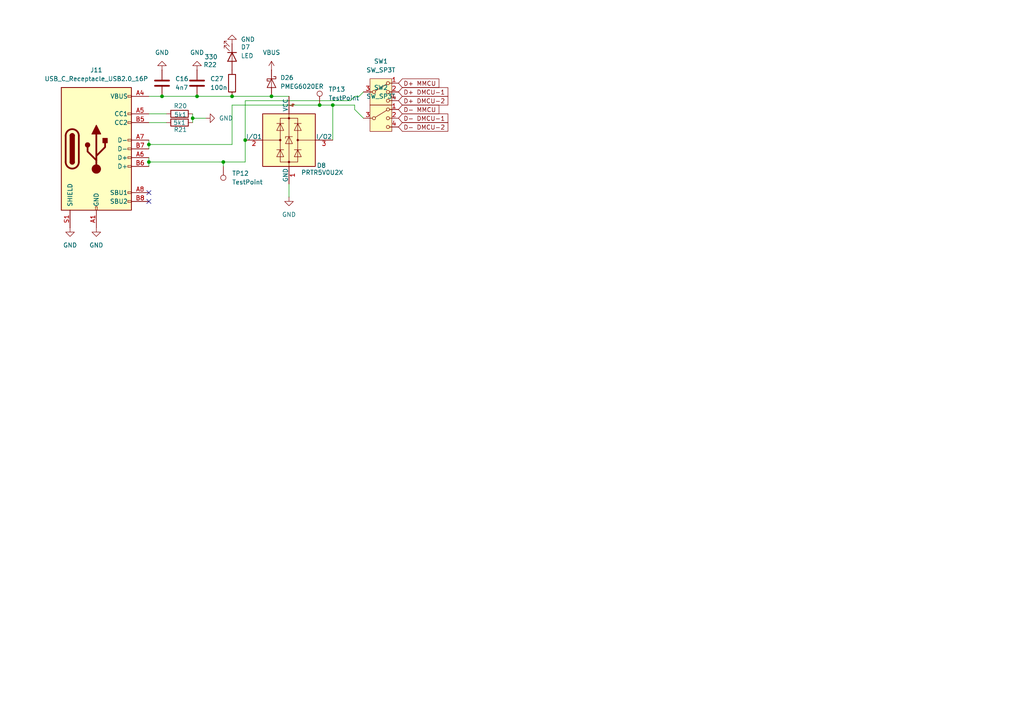
<source format=kicad_sch>
(kicad_sch
	(version 20250114)
	(generator "eeschema")
	(generator_version "9.0")
	(uuid "a4643447-2385-4c10-8f11-48839400f56e")
	(paper "A4")
	(lib_symbols
		(symbol "Connector:TestPoint"
			(pin_numbers
				(hide yes)
			)
			(pin_names
				(offset 0.762)
				(hide yes)
			)
			(exclude_from_sim no)
			(in_bom yes)
			(on_board yes)
			(property "Reference" "TP"
				(at 0 6.858 0)
				(effects
					(font
						(size 1.27 1.27)
					)
				)
			)
			(property "Value" "TestPoint"
				(at 0 5.08 0)
				(effects
					(font
						(size 1.27 1.27)
					)
				)
			)
			(property "Footprint" ""
				(at 5.08 0 0)
				(effects
					(font
						(size 1.27 1.27)
					)
					(hide yes)
				)
			)
			(property "Datasheet" "~"
				(at 5.08 0 0)
				(effects
					(font
						(size 1.27 1.27)
					)
					(hide yes)
				)
			)
			(property "Description" "test point"
				(at 0 0 0)
				(effects
					(font
						(size 1.27 1.27)
					)
					(hide yes)
				)
			)
			(property "ki_keywords" "test point tp"
				(at 0 0 0)
				(effects
					(font
						(size 1.27 1.27)
					)
					(hide yes)
				)
			)
			(property "ki_fp_filters" "Pin* Test*"
				(at 0 0 0)
				(effects
					(font
						(size 1.27 1.27)
					)
					(hide yes)
				)
			)
			(symbol "TestPoint_0_1"
				(circle
					(center 0 3.302)
					(radius 0.762)
					(stroke
						(width 0)
						(type default)
					)
					(fill
						(type none)
					)
				)
			)
			(symbol "TestPoint_1_1"
				(pin passive line
					(at 0 0 90)
					(length 2.54)
					(name "1"
						(effects
							(font
								(size 1.27 1.27)
							)
						)
					)
					(number "1"
						(effects
							(font
								(size 1.27 1.27)
							)
						)
					)
				)
			)
			(embedded_fonts no)
		)
		(symbol "Connector:USB_C_Receptacle_USB2.0_16P"
			(pin_names
				(offset 1.016)
			)
			(exclude_from_sim no)
			(in_bom yes)
			(on_board yes)
			(property "Reference" "J"
				(at 0 22.225 0)
				(effects
					(font
						(size 1.27 1.27)
					)
				)
			)
			(property "Value" "USB_C_Receptacle_USB2.0_16P"
				(at 0 19.685 0)
				(effects
					(font
						(size 1.27 1.27)
					)
				)
			)
			(property "Footprint" ""
				(at 3.81 0 0)
				(effects
					(font
						(size 1.27 1.27)
					)
					(hide yes)
				)
			)
			(property "Datasheet" "https://www.usb.org/sites/default/files/documents/usb_type-c.zip"
				(at 3.81 0 0)
				(effects
					(font
						(size 1.27 1.27)
					)
					(hide yes)
				)
			)
			(property "Description" "USB 2.0-only 16P Type-C Receptacle connector"
				(at 0 0 0)
				(effects
					(font
						(size 1.27 1.27)
					)
					(hide yes)
				)
			)
			(property "ki_keywords" "usb universal serial bus type-C USB2.0"
				(at 0 0 0)
				(effects
					(font
						(size 1.27 1.27)
					)
					(hide yes)
				)
			)
			(property "ki_fp_filters" "USB*C*Receptacle*"
				(at 0 0 0)
				(effects
					(font
						(size 1.27 1.27)
					)
					(hide yes)
				)
			)
			(symbol "USB_C_Receptacle_USB2.0_16P_0_0"
				(rectangle
					(start -0.254 -17.78)
					(end 0.254 -16.764)
					(stroke
						(width 0)
						(type default)
					)
					(fill
						(type none)
					)
				)
				(rectangle
					(start 10.16 15.494)
					(end 9.144 14.986)
					(stroke
						(width 0)
						(type default)
					)
					(fill
						(type none)
					)
				)
				(rectangle
					(start 10.16 10.414)
					(end 9.144 9.906)
					(stroke
						(width 0)
						(type default)
					)
					(fill
						(type none)
					)
				)
				(rectangle
					(start 10.16 7.874)
					(end 9.144 7.366)
					(stroke
						(width 0)
						(type default)
					)
					(fill
						(type none)
					)
				)
				(rectangle
					(start 10.16 2.794)
					(end 9.144 2.286)
					(stroke
						(width 0)
						(type default)
					)
					(fill
						(type none)
					)
				)
				(rectangle
					(start 10.16 0.254)
					(end 9.144 -0.254)
					(stroke
						(width 0)
						(type default)
					)
					(fill
						(type none)
					)
				)
				(rectangle
					(start 10.16 -2.286)
					(end 9.144 -2.794)
					(stroke
						(width 0)
						(type default)
					)
					(fill
						(type none)
					)
				)
				(rectangle
					(start 10.16 -4.826)
					(end 9.144 -5.334)
					(stroke
						(width 0)
						(type default)
					)
					(fill
						(type none)
					)
				)
				(rectangle
					(start 10.16 -12.446)
					(end 9.144 -12.954)
					(stroke
						(width 0)
						(type default)
					)
					(fill
						(type none)
					)
				)
				(rectangle
					(start 10.16 -14.986)
					(end 9.144 -15.494)
					(stroke
						(width 0)
						(type default)
					)
					(fill
						(type none)
					)
				)
			)
			(symbol "USB_C_Receptacle_USB2.0_16P_0_1"
				(rectangle
					(start -10.16 17.78)
					(end 10.16 -17.78)
					(stroke
						(width 0.254)
						(type default)
					)
					(fill
						(type background)
					)
				)
				(polyline
					(pts
						(xy -8.89 -3.81) (xy -8.89 3.81)
					)
					(stroke
						(width 0.508)
						(type default)
					)
					(fill
						(type none)
					)
				)
				(rectangle
					(start -7.62 -3.81)
					(end -6.35 3.81)
					(stroke
						(width 0.254)
						(type default)
					)
					(fill
						(type outline)
					)
				)
				(arc
					(start -7.62 3.81)
					(mid -6.985 4.4423)
					(end -6.35 3.81)
					(stroke
						(width 0.254)
						(type default)
					)
					(fill
						(type none)
					)
				)
				(arc
					(start -7.62 3.81)
					(mid -6.985 4.4423)
					(end -6.35 3.81)
					(stroke
						(width 0.254)
						(type default)
					)
					(fill
						(type outline)
					)
				)
				(arc
					(start -8.89 3.81)
					(mid -6.985 5.7067)
					(end -5.08 3.81)
					(stroke
						(width 0.508)
						(type default)
					)
					(fill
						(type none)
					)
				)
				(arc
					(start -5.08 -3.81)
					(mid -6.985 -5.7067)
					(end -8.89 -3.81)
					(stroke
						(width 0.508)
						(type default)
					)
					(fill
						(type none)
					)
				)
				(arc
					(start -6.35 -3.81)
					(mid -6.985 -4.4423)
					(end -7.62 -3.81)
					(stroke
						(width 0.254)
						(type default)
					)
					(fill
						(type none)
					)
				)
				(arc
					(start -6.35 -3.81)
					(mid -6.985 -4.4423)
					(end -7.62 -3.81)
					(stroke
						(width 0.254)
						(type default)
					)
					(fill
						(type outline)
					)
				)
				(polyline
					(pts
						(xy -5.08 3.81) (xy -5.08 -3.81)
					)
					(stroke
						(width 0.508)
						(type default)
					)
					(fill
						(type none)
					)
				)
				(circle
					(center -2.54 1.143)
					(radius 0.635)
					(stroke
						(width 0.254)
						(type default)
					)
					(fill
						(type outline)
					)
				)
				(polyline
					(pts
						(xy -1.27 4.318) (xy 0 6.858) (xy 1.27 4.318) (xy -1.27 4.318)
					)
					(stroke
						(width 0.254)
						(type default)
					)
					(fill
						(type outline)
					)
				)
				(polyline
					(pts
						(xy 0 -2.032) (xy 2.54 0.508) (xy 2.54 1.778)
					)
					(stroke
						(width 0.508)
						(type default)
					)
					(fill
						(type none)
					)
				)
				(polyline
					(pts
						(xy 0 -3.302) (xy -2.54 -0.762) (xy -2.54 0.508)
					)
					(stroke
						(width 0.508)
						(type default)
					)
					(fill
						(type none)
					)
				)
				(polyline
					(pts
						(xy 0 -5.842) (xy 0 4.318)
					)
					(stroke
						(width 0.508)
						(type default)
					)
					(fill
						(type none)
					)
				)
				(circle
					(center 0 -5.842)
					(radius 1.27)
					(stroke
						(width 0)
						(type default)
					)
					(fill
						(type outline)
					)
				)
				(rectangle
					(start 1.905 1.778)
					(end 3.175 3.048)
					(stroke
						(width 0.254)
						(type default)
					)
					(fill
						(type outline)
					)
				)
			)
			(symbol "USB_C_Receptacle_USB2.0_16P_1_1"
				(pin passive line
					(at -7.62 -22.86 90)
					(length 5.08)
					(name "SHIELD"
						(effects
							(font
								(size 1.27 1.27)
							)
						)
					)
					(number "S1"
						(effects
							(font
								(size 1.27 1.27)
							)
						)
					)
				)
				(pin passive line
					(at 0 -22.86 90)
					(length 5.08)
					(name "GND"
						(effects
							(font
								(size 1.27 1.27)
							)
						)
					)
					(number "A1"
						(effects
							(font
								(size 1.27 1.27)
							)
						)
					)
				)
				(pin passive line
					(at 0 -22.86 90)
					(length 5.08)
					(hide yes)
					(name "GND"
						(effects
							(font
								(size 1.27 1.27)
							)
						)
					)
					(number "A12"
						(effects
							(font
								(size 1.27 1.27)
							)
						)
					)
				)
				(pin passive line
					(at 0 -22.86 90)
					(length 5.08)
					(hide yes)
					(name "GND"
						(effects
							(font
								(size 1.27 1.27)
							)
						)
					)
					(number "B1"
						(effects
							(font
								(size 1.27 1.27)
							)
						)
					)
				)
				(pin passive line
					(at 0 -22.86 90)
					(length 5.08)
					(hide yes)
					(name "GND"
						(effects
							(font
								(size 1.27 1.27)
							)
						)
					)
					(number "B12"
						(effects
							(font
								(size 1.27 1.27)
							)
						)
					)
				)
				(pin passive line
					(at 15.24 15.24 180)
					(length 5.08)
					(name "VBUS"
						(effects
							(font
								(size 1.27 1.27)
							)
						)
					)
					(number "A4"
						(effects
							(font
								(size 1.27 1.27)
							)
						)
					)
				)
				(pin passive line
					(at 15.24 15.24 180)
					(length 5.08)
					(hide yes)
					(name "VBUS"
						(effects
							(font
								(size 1.27 1.27)
							)
						)
					)
					(number "A9"
						(effects
							(font
								(size 1.27 1.27)
							)
						)
					)
				)
				(pin passive line
					(at 15.24 15.24 180)
					(length 5.08)
					(hide yes)
					(name "VBUS"
						(effects
							(font
								(size 1.27 1.27)
							)
						)
					)
					(number "B4"
						(effects
							(font
								(size 1.27 1.27)
							)
						)
					)
				)
				(pin passive line
					(at 15.24 15.24 180)
					(length 5.08)
					(hide yes)
					(name "VBUS"
						(effects
							(font
								(size 1.27 1.27)
							)
						)
					)
					(number "B9"
						(effects
							(font
								(size 1.27 1.27)
							)
						)
					)
				)
				(pin bidirectional line
					(at 15.24 10.16 180)
					(length 5.08)
					(name "CC1"
						(effects
							(font
								(size 1.27 1.27)
							)
						)
					)
					(number "A5"
						(effects
							(font
								(size 1.27 1.27)
							)
						)
					)
				)
				(pin bidirectional line
					(at 15.24 7.62 180)
					(length 5.08)
					(name "CC2"
						(effects
							(font
								(size 1.27 1.27)
							)
						)
					)
					(number "B5"
						(effects
							(font
								(size 1.27 1.27)
							)
						)
					)
				)
				(pin bidirectional line
					(at 15.24 2.54 180)
					(length 5.08)
					(name "D-"
						(effects
							(font
								(size 1.27 1.27)
							)
						)
					)
					(number "A7"
						(effects
							(font
								(size 1.27 1.27)
							)
						)
					)
				)
				(pin bidirectional line
					(at 15.24 0 180)
					(length 5.08)
					(name "D-"
						(effects
							(font
								(size 1.27 1.27)
							)
						)
					)
					(number "B7"
						(effects
							(font
								(size 1.27 1.27)
							)
						)
					)
				)
				(pin bidirectional line
					(at 15.24 -2.54 180)
					(length 5.08)
					(name "D+"
						(effects
							(font
								(size 1.27 1.27)
							)
						)
					)
					(number "A6"
						(effects
							(font
								(size 1.27 1.27)
							)
						)
					)
				)
				(pin bidirectional line
					(at 15.24 -5.08 180)
					(length 5.08)
					(name "D+"
						(effects
							(font
								(size 1.27 1.27)
							)
						)
					)
					(number "B6"
						(effects
							(font
								(size 1.27 1.27)
							)
						)
					)
				)
				(pin bidirectional line
					(at 15.24 -12.7 180)
					(length 5.08)
					(name "SBU1"
						(effects
							(font
								(size 1.27 1.27)
							)
						)
					)
					(number "A8"
						(effects
							(font
								(size 1.27 1.27)
							)
						)
					)
				)
				(pin bidirectional line
					(at 15.24 -15.24 180)
					(length 5.08)
					(name "SBU2"
						(effects
							(font
								(size 1.27 1.27)
							)
						)
					)
					(number "B8"
						(effects
							(font
								(size 1.27 1.27)
							)
						)
					)
				)
			)
			(embedded_fonts no)
		)
		(symbol "Device:C"
			(pin_numbers
				(hide yes)
			)
			(pin_names
				(offset 0.254)
			)
			(exclude_from_sim no)
			(in_bom yes)
			(on_board yes)
			(property "Reference" "C"
				(at 0.635 2.54 0)
				(effects
					(font
						(size 1.27 1.27)
					)
					(justify left)
				)
			)
			(property "Value" "C"
				(at 0.635 -2.54 0)
				(effects
					(font
						(size 1.27 1.27)
					)
					(justify left)
				)
			)
			(property "Footprint" ""
				(at 0.9652 -3.81 0)
				(effects
					(font
						(size 1.27 1.27)
					)
					(hide yes)
				)
			)
			(property "Datasheet" "~"
				(at 0 0 0)
				(effects
					(font
						(size 1.27 1.27)
					)
					(hide yes)
				)
			)
			(property "Description" "Unpolarized capacitor"
				(at 0 0 0)
				(effects
					(font
						(size 1.27 1.27)
					)
					(hide yes)
				)
			)
			(property "ki_keywords" "cap capacitor"
				(at 0 0 0)
				(effects
					(font
						(size 1.27 1.27)
					)
					(hide yes)
				)
			)
			(property "ki_fp_filters" "C_*"
				(at 0 0 0)
				(effects
					(font
						(size 1.27 1.27)
					)
					(hide yes)
				)
			)
			(symbol "C_0_1"
				(polyline
					(pts
						(xy -2.032 0.762) (xy 2.032 0.762)
					)
					(stroke
						(width 0.508)
						(type default)
					)
					(fill
						(type none)
					)
				)
				(polyline
					(pts
						(xy -2.032 -0.762) (xy 2.032 -0.762)
					)
					(stroke
						(width 0.508)
						(type default)
					)
					(fill
						(type none)
					)
				)
			)
			(symbol "C_1_1"
				(pin passive line
					(at 0 3.81 270)
					(length 2.794)
					(name "~"
						(effects
							(font
								(size 1.27 1.27)
							)
						)
					)
					(number "1"
						(effects
							(font
								(size 1.27 1.27)
							)
						)
					)
				)
				(pin passive line
					(at 0 -3.81 90)
					(length 2.794)
					(name "~"
						(effects
							(font
								(size 1.27 1.27)
							)
						)
					)
					(number "2"
						(effects
							(font
								(size 1.27 1.27)
							)
						)
					)
				)
			)
			(embedded_fonts no)
		)
		(symbol "Device:LED"
			(pin_numbers
				(hide yes)
			)
			(pin_names
				(offset 1.016)
				(hide yes)
			)
			(exclude_from_sim no)
			(in_bom yes)
			(on_board yes)
			(property "Reference" "D"
				(at 0 2.54 0)
				(effects
					(font
						(size 1.27 1.27)
					)
				)
			)
			(property "Value" "LED"
				(at 0 -2.54 0)
				(effects
					(font
						(size 1.27 1.27)
					)
				)
			)
			(property "Footprint" ""
				(at 0 0 0)
				(effects
					(font
						(size 1.27 1.27)
					)
					(hide yes)
				)
			)
			(property "Datasheet" "~"
				(at 0 0 0)
				(effects
					(font
						(size 1.27 1.27)
					)
					(hide yes)
				)
			)
			(property "Description" "Light emitting diode"
				(at 0 0 0)
				(effects
					(font
						(size 1.27 1.27)
					)
					(hide yes)
				)
			)
			(property "Sim.Pins" "1=K 2=A"
				(at 0 0 0)
				(effects
					(font
						(size 1.27 1.27)
					)
					(hide yes)
				)
			)
			(property "ki_keywords" "LED diode"
				(at 0 0 0)
				(effects
					(font
						(size 1.27 1.27)
					)
					(hide yes)
				)
			)
			(property "ki_fp_filters" "LED* LED_SMD:* LED_THT:*"
				(at 0 0 0)
				(effects
					(font
						(size 1.27 1.27)
					)
					(hide yes)
				)
			)
			(symbol "LED_0_1"
				(polyline
					(pts
						(xy -3.048 -0.762) (xy -4.572 -2.286) (xy -3.81 -2.286) (xy -4.572 -2.286) (xy -4.572 -1.524)
					)
					(stroke
						(width 0)
						(type default)
					)
					(fill
						(type none)
					)
				)
				(polyline
					(pts
						(xy -1.778 -0.762) (xy -3.302 -2.286) (xy -2.54 -2.286) (xy -3.302 -2.286) (xy -3.302 -1.524)
					)
					(stroke
						(width 0)
						(type default)
					)
					(fill
						(type none)
					)
				)
				(polyline
					(pts
						(xy -1.27 0) (xy 1.27 0)
					)
					(stroke
						(width 0)
						(type default)
					)
					(fill
						(type none)
					)
				)
				(polyline
					(pts
						(xy -1.27 -1.27) (xy -1.27 1.27)
					)
					(stroke
						(width 0.254)
						(type default)
					)
					(fill
						(type none)
					)
				)
				(polyline
					(pts
						(xy 1.27 -1.27) (xy 1.27 1.27) (xy -1.27 0) (xy 1.27 -1.27)
					)
					(stroke
						(width 0.254)
						(type default)
					)
					(fill
						(type none)
					)
				)
			)
			(symbol "LED_1_1"
				(pin passive line
					(at -3.81 0 0)
					(length 2.54)
					(name "K"
						(effects
							(font
								(size 1.27 1.27)
							)
						)
					)
					(number "1"
						(effects
							(font
								(size 1.27 1.27)
							)
						)
					)
				)
				(pin passive line
					(at 3.81 0 180)
					(length 2.54)
					(name "A"
						(effects
							(font
								(size 1.27 1.27)
							)
						)
					)
					(number "2"
						(effects
							(font
								(size 1.27 1.27)
							)
						)
					)
				)
			)
			(embedded_fonts no)
		)
		(symbol "Device:R"
			(pin_numbers
				(hide yes)
			)
			(pin_names
				(offset 0)
			)
			(exclude_from_sim no)
			(in_bom yes)
			(on_board yes)
			(property "Reference" "R"
				(at 2.032 0 90)
				(effects
					(font
						(size 1.27 1.27)
					)
				)
			)
			(property "Value" "R"
				(at 0 0 90)
				(effects
					(font
						(size 1.27 1.27)
					)
				)
			)
			(property "Footprint" ""
				(at -1.778 0 90)
				(effects
					(font
						(size 1.27 1.27)
					)
					(hide yes)
				)
			)
			(property "Datasheet" "~"
				(at 0 0 0)
				(effects
					(font
						(size 1.27 1.27)
					)
					(hide yes)
				)
			)
			(property "Description" "Resistor"
				(at 0 0 0)
				(effects
					(font
						(size 1.27 1.27)
					)
					(hide yes)
				)
			)
			(property "ki_keywords" "R res resistor"
				(at 0 0 0)
				(effects
					(font
						(size 1.27 1.27)
					)
					(hide yes)
				)
			)
			(property "ki_fp_filters" "R_*"
				(at 0 0 0)
				(effects
					(font
						(size 1.27 1.27)
					)
					(hide yes)
				)
			)
			(symbol "R_0_1"
				(rectangle
					(start -1.016 -2.54)
					(end 1.016 2.54)
					(stroke
						(width 0.254)
						(type default)
					)
					(fill
						(type none)
					)
				)
			)
			(symbol "R_1_1"
				(pin passive line
					(at 0 3.81 270)
					(length 1.27)
					(name "~"
						(effects
							(font
								(size 1.27 1.27)
							)
						)
					)
					(number "1"
						(effects
							(font
								(size 1.27 1.27)
							)
						)
					)
				)
				(pin passive line
					(at 0 -3.81 90)
					(length 1.27)
					(name "~"
						(effects
							(font
								(size 1.27 1.27)
							)
						)
					)
					(number "2"
						(effects
							(font
								(size 1.27 1.27)
							)
						)
					)
				)
			)
			(embedded_fonts no)
		)
		(symbol "Diode:PMEG6020ER"
			(pin_numbers
				(hide yes)
			)
			(pin_names
				(hide yes)
			)
			(exclude_from_sim no)
			(in_bom yes)
			(on_board yes)
			(property "Reference" "D"
				(at 0 2.54 0)
				(effects
					(font
						(size 1.27 1.27)
					)
				)
			)
			(property "Value" "PMEG6020ER"
				(at 0 -2.54 0)
				(effects
					(font
						(size 1.27 1.27)
					)
				)
			)
			(property "Footprint" "Diode_SMD:Nexperia_CFP3_SOD-123W"
				(at 0 -4.445 0)
				(effects
					(font
						(size 1.27 1.27)
					)
					(hide yes)
				)
			)
			(property "Datasheet" "https://assets.nexperia.com/documents/data-sheet/PMEG6020ER.pdf"
				(at 0 0 0)
				(effects
					(font
						(size 1.27 1.27)
					)
					(hide yes)
				)
			)
			(property "Description" "60V, 2A low Vf MEGA Schottky barrier rectifier, SOD-123W"
				(at 0 0 0)
				(effects
					(font
						(size 1.27 1.27)
					)
					(hide yes)
				)
			)
			(property "ki_keywords" "forward voltage diode"
				(at 0 0 0)
				(effects
					(font
						(size 1.27 1.27)
					)
					(hide yes)
				)
			)
			(property "ki_fp_filters" "Nexperia*CFP3*SOD?123W*"
				(at 0 0 0)
				(effects
					(font
						(size 1.27 1.27)
					)
					(hide yes)
				)
			)
			(symbol "PMEG6020ER_0_1"
				(polyline
					(pts
						(xy -1.905 0.635) (xy -1.905 1.27) (xy -1.27 1.27) (xy -1.27 -1.27) (xy -0.635 -1.27) (xy -0.635 -0.635)
					)
					(stroke
						(width 0.2032)
						(type default)
					)
					(fill
						(type none)
					)
				)
				(polyline
					(pts
						(xy 1.27 1.27) (xy 1.27 -1.27) (xy -1.27 0) (xy 1.27 1.27)
					)
					(stroke
						(width 0.2032)
						(type default)
					)
					(fill
						(type none)
					)
				)
				(polyline
					(pts
						(xy 1.27 0) (xy -1.27 0)
					)
					(stroke
						(width 0)
						(type default)
					)
					(fill
						(type none)
					)
				)
			)
			(symbol "PMEG6020ER_1_1"
				(pin passive line
					(at -3.81 0 0)
					(length 2.54)
					(name "K"
						(effects
							(font
								(size 1.27 1.27)
							)
						)
					)
					(number "1"
						(effects
							(font
								(size 1.27 1.27)
							)
						)
					)
				)
				(pin passive line
					(at 3.81 0 180)
					(length 2.54)
					(name "A"
						(effects
							(font
								(size 1.27 1.27)
							)
						)
					)
					(number "2"
						(effects
							(font
								(size 1.27 1.27)
							)
						)
					)
				)
			)
			(embedded_fonts no)
		)
		(symbol "Power_Protection:PRTR5V0U2X"
			(pin_names
				(offset 0)
			)
			(exclude_from_sim no)
			(in_bom yes)
			(on_board yes)
			(property "Reference" "D"
				(at 2.794 8.636 0)
				(effects
					(font
						(size 1.27 1.27)
					)
				)
			)
			(property "Value" "PRTR5V0U2X"
				(at 8.128 -9.398 0)
				(effects
					(font
						(size 1.27 1.27)
					)
				)
			)
			(property "Footprint" "Package_TO_SOT_SMD:SOT-143"
				(at 1.524 0 0)
				(effects
					(font
						(size 1.27 1.27)
					)
					(hide yes)
				)
			)
			(property "Datasheet" "https://assets.nexperia.com/documents/data-sheet/PRTR5V0U2X.pdf"
				(at 1.524 0 0)
				(effects
					(font
						(size 1.27 1.27)
					)
					(hide yes)
				)
			)
			(property "Description" "Ultra low capacitance double rail-to-rail ESD protection diode, SOT-143"
				(at 0 0 0)
				(effects
					(font
						(size 1.27 1.27)
					)
					(hide yes)
				)
			)
			(property "ki_keywords" "ESD protection diode"
				(at 0 0 0)
				(effects
					(font
						(size 1.27 1.27)
					)
					(hide yes)
				)
			)
			(property "ki_fp_filters" "SOT?143*"
				(at 0 0 0)
				(effects
					(font
						(size 1.27 1.27)
					)
					(hide yes)
				)
			)
			(symbol "PRTR5V0U2X_0_1"
				(rectangle
					(start -7.62 -7.62)
					(end 7.62 7.62)
					(stroke
						(width 0.254)
						(type default)
					)
					(fill
						(type background)
					)
				)
				(polyline
					(pts
						(xy -3.556 2.794) (xy -1.524 2.794) (xy -2.54 4.826) (xy -3.556 2.794)
					)
					(stroke
						(width 0)
						(type default)
					)
					(fill
						(type none)
					)
				)
				(polyline
					(pts
						(xy -3.556 -4.826) (xy -1.524 -4.826) (xy -2.54 -2.794) (xy -3.556 -4.826)
					)
					(stroke
						(width 0)
						(type default)
					)
					(fill
						(type none)
					)
				)
				(rectangle
					(start -2.54 6.35)
					(end 2.54 -6.35)
					(stroke
						(width 0)
						(type default)
					)
					(fill
						(type none)
					)
				)
				(circle
					(center -2.54 0)
					(radius 0.254)
					(stroke
						(width 0)
						(type default)
					)
					(fill
						(type outline)
					)
				)
				(polyline
					(pts
						(xy -2.54 0) (xy -7.62 0)
					)
					(stroke
						(width 0)
						(type default)
					)
					(fill
						(type none)
					)
				)
				(polyline
					(pts
						(xy -1.524 4.826) (xy -3.556 4.826)
					)
					(stroke
						(width 0)
						(type default)
					)
					(fill
						(type none)
					)
				)
				(polyline
					(pts
						(xy -1.524 -2.794) (xy -3.556 -2.794)
					)
					(stroke
						(width 0)
						(type default)
					)
					(fill
						(type none)
					)
				)
				(polyline
					(pts
						(xy -1.016 -1.016) (xy 1.016 -1.016) (xy 0 1.016) (xy -1.016 -1.016)
					)
					(stroke
						(width 0)
						(type default)
					)
					(fill
						(type none)
					)
				)
				(circle
					(center 0 6.35)
					(radius 0.254)
					(stroke
						(width 0)
						(type default)
					)
					(fill
						(type outline)
					)
				)
				(circle
					(center 0 -6.35)
					(radius 0.254)
					(stroke
						(width 0)
						(type default)
					)
					(fill
						(type outline)
					)
				)
				(polyline
					(pts
						(xy 0 -7.62) (xy 0 7.62)
					)
					(stroke
						(width 0)
						(type default)
					)
					(fill
						(type none)
					)
				)
				(polyline
					(pts
						(xy 1.016 1.016) (xy -1.016 1.016) (xy -1.016 0.508)
					)
					(stroke
						(width 0)
						(type default)
					)
					(fill
						(type none)
					)
				)
				(polyline
					(pts
						(xy 1.524 4.826) (xy 3.556 4.826)
					)
					(stroke
						(width 0)
						(type default)
					)
					(fill
						(type none)
					)
				)
				(polyline
					(pts
						(xy 1.524 -2.794) (xy 3.556 -2.794)
					)
					(stroke
						(width 0)
						(type default)
					)
					(fill
						(type none)
					)
				)
				(polyline
					(pts
						(xy 2.54 0) (xy 7.62 0)
					)
					(stroke
						(width 0)
						(type default)
					)
					(fill
						(type none)
					)
				)
				(circle
					(center 2.54 0)
					(radius 0.254)
					(stroke
						(width 0)
						(type default)
					)
					(fill
						(type outline)
					)
				)
				(polyline
					(pts
						(xy 3.556 2.794) (xy 1.524 2.794) (xy 2.54 4.826) (xy 3.556 2.794)
					)
					(stroke
						(width 0)
						(type default)
					)
					(fill
						(type none)
					)
				)
				(polyline
					(pts
						(xy 3.556 -4.826) (xy 1.524 -4.826) (xy 2.54 -2.794) (xy 3.556 -4.826)
					)
					(stroke
						(width 0)
						(type default)
					)
					(fill
						(type none)
					)
				)
			)
			(symbol "PRTR5V0U2X_1_1"
				(pin passive line
					(at -12.7 0 0)
					(length 5.08)
					(name "I/O1"
						(effects
							(font
								(size 1.27 1.27)
							)
						)
					)
					(number "2"
						(effects
							(font
								(size 1.27 1.27)
							)
						)
					)
				)
				(pin passive line
					(at 0 12.7 270)
					(length 5.08)
					(name "VCC"
						(effects
							(font
								(size 1.27 1.27)
							)
						)
					)
					(number "4"
						(effects
							(font
								(size 1.27 1.27)
							)
						)
					)
				)
				(pin passive line
					(at 0 -12.7 90)
					(length 5.08)
					(name "GND"
						(effects
							(font
								(size 1.27 1.27)
							)
						)
					)
					(number "1"
						(effects
							(font
								(size 1.27 1.27)
							)
						)
					)
				)
				(pin passive line
					(at 12.7 0 180)
					(length 5.08)
					(name "I/O2"
						(effects
							(font
								(size 1.27 1.27)
							)
						)
					)
					(number "3"
						(effects
							(font
								(size 1.27 1.27)
							)
						)
					)
				)
			)
			(embedded_fonts no)
		)
		(symbol "Switch:SW_SP3T"
			(pin_names
				(offset 0)
				(hide yes)
			)
			(exclude_from_sim no)
			(in_bom yes)
			(on_board yes)
			(property "Reference" "SW"
				(at 0 5.08 0)
				(effects
					(font
						(size 1.27 1.27)
					)
				)
			)
			(property "Value" "SW_SP3T"
				(at 0 -5.08 0)
				(effects
					(font
						(size 1.27 1.27)
					)
				)
			)
			(property "Footprint" ""
				(at -15.875 4.445 0)
				(effects
					(font
						(size 1.27 1.27)
					)
					(hide yes)
				)
			)
			(property "Datasheet" "~"
				(at 0 -7.62 0)
				(effects
					(font
						(size 1.27 1.27)
					)
					(hide yes)
				)
			)
			(property "Description" "Switch, three position, single pole triple throw, 3 position switch, SP3T"
				(at 0 0 0)
				(effects
					(font
						(size 1.27 1.27)
					)
					(hide yes)
				)
			)
			(property "ki_keywords" "switch sp3t ON-ON-ON"
				(at 0 0 0)
				(effects
					(font
						(size 1.27 1.27)
					)
					(hide yes)
				)
			)
			(property "ki_fp_filters" "SW* SP3T*"
				(at 0 0 0)
				(effects
					(font
						(size 1.27 1.27)
					)
					(hide yes)
				)
			)
			(symbol "SW_SP3T_0_1"
				(circle
					(center -2.032 0)
					(radius 0.4572)
					(stroke
						(width 0)
						(type default)
					)
					(fill
						(type none)
					)
				)
				(polyline
					(pts
						(xy -1.651 0.254) (xy 1.651 2.286)
					)
					(stroke
						(width 0)
						(type default)
					)
					(fill
						(type none)
					)
				)
				(circle
					(center 2.032 2.54)
					(radius 0.4572)
					(stroke
						(width 0)
						(type default)
					)
					(fill
						(type none)
					)
				)
				(circle
					(center 2.032 0)
					(radius 0.4572)
					(stroke
						(width 0)
						(type default)
					)
					(fill
						(type none)
					)
				)
				(circle
					(center 2.032 -2.54)
					(radius 0.4572)
					(stroke
						(width 0)
						(type default)
					)
					(fill
						(type none)
					)
				)
			)
			(symbol "SW_SP3T_1_1"
				(rectangle
					(start -3.175 3.81)
					(end 3.175 -3.81)
					(stroke
						(width 0)
						(type default)
					)
					(fill
						(type background)
					)
				)
				(pin passive line
					(at -5.08 0 0)
					(length 2.54)
					(name "3"
						(effects
							(font
								(size 1.27 1.27)
							)
						)
					)
					(number "3"
						(effects
							(font
								(size 1.27 1.27)
							)
						)
					)
				)
				(pin passive line
					(at 5.08 2.54 180)
					(length 2.54)
					(name "1"
						(effects
							(font
								(size 1.27 1.27)
							)
						)
					)
					(number "1"
						(effects
							(font
								(size 1.27 1.27)
							)
						)
					)
				)
				(pin passive line
					(at 5.08 0 180)
					(length 2.54)
					(name "2"
						(effects
							(font
								(size 1.27 1.27)
							)
						)
					)
					(number "2"
						(effects
							(font
								(size 1.27 1.27)
							)
						)
					)
				)
				(pin passive line
					(at 5.08 -2.54 180)
					(length 2.54)
					(name "4"
						(effects
							(font
								(size 1.27 1.27)
							)
						)
					)
					(number "4"
						(effects
							(font
								(size 1.27 1.27)
							)
						)
					)
				)
			)
			(embedded_fonts no)
		)
		(symbol "power:GND"
			(power)
			(pin_numbers
				(hide yes)
			)
			(pin_names
				(offset 0)
				(hide yes)
			)
			(exclude_from_sim no)
			(in_bom yes)
			(on_board yes)
			(property "Reference" "#PWR"
				(at 0 -6.35 0)
				(effects
					(font
						(size 1.27 1.27)
					)
					(hide yes)
				)
			)
			(property "Value" "GND"
				(at 0 -3.81 0)
				(effects
					(font
						(size 1.27 1.27)
					)
				)
			)
			(property "Footprint" ""
				(at 0 0 0)
				(effects
					(font
						(size 1.27 1.27)
					)
					(hide yes)
				)
			)
			(property "Datasheet" ""
				(at 0 0 0)
				(effects
					(font
						(size 1.27 1.27)
					)
					(hide yes)
				)
			)
			(property "Description" "Power symbol creates a global label with name \"GND\" , ground"
				(at 0 0 0)
				(effects
					(font
						(size 1.27 1.27)
					)
					(hide yes)
				)
			)
			(property "ki_keywords" "global power"
				(at 0 0 0)
				(effects
					(font
						(size 1.27 1.27)
					)
					(hide yes)
				)
			)
			(symbol "GND_0_1"
				(polyline
					(pts
						(xy 0 0) (xy 0 -1.27) (xy 1.27 -1.27) (xy 0 -2.54) (xy -1.27 -1.27) (xy 0 -1.27)
					)
					(stroke
						(width 0)
						(type default)
					)
					(fill
						(type none)
					)
				)
			)
			(symbol "GND_1_1"
				(pin power_in line
					(at 0 0 270)
					(length 0)
					(name "~"
						(effects
							(font
								(size 1.27 1.27)
							)
						)
					)
					(number "1"
						(effects
							(font
								(size 1.27 1.27)
							)
						)
					)
				)
			)
			(embedded_fonts no)
		)
		(symbol "power:VBUS"
			(power)
			(pin_numbers
				(hide yes)
			)
			(pin_names
				(offset 0)
				(hide yes)
			)
			(exclude_from_sim no)
			(in_bom yes)
			(on_board yes)
			(property "Reference" "#PWR"
				(at 0 -3.81 0)
				(effects
					(font
						(size 1.27 1.27)
					)
					(hide yes)
				)
			)
			(property "Value" "VBUS"
				(at 0 3.556 0)
				(effects
					(font
						(size 1.27 1.27)
					)
				)
			)
			(property "Footprint" ""
				(at 0 0 0)
				(effects
					(font
						(size 1.27 1.27)
					)
					(hide yes)
				)
			)
			(property "Datasheet" ""
				(at 0 0 0)
				(effects
					(font
						(size 1.27 1.27)
					)
					(hide yes)
				)
			)
			(property "Description" "Power symbol creates a global label with name \"VBUS\""
				(at 0 0 0)
				(effects
					(font
						(size 1.27 1.27)
					)
					(hide yes)
				)
			)
			(property "ki_keywords" "global power"
				(at 0 0 0)
				(effects
					(font
						(size 1.27 1.27)
					)
					(hide yes)
				)
			)
			(symbol "VBUS_0_1"
				(polyline
					(pts
						(xy -0.762 1.27) (xy 0 2.54)
					)
					(stroke
						(width 0)
						(type default)
					)
					(fill
						(type none)
					)
				)
				(polyline
					(pts
						(xy 0 2.54) (xy 0.762 1.27)
					)
					(stroke
						(width 0)
						(type default)
					)
					(fill
						(type none)
					)
				)
				(polyline
					(pts
						(xy 0 0) (xy 0 2.54)
					)
					(stroke
						(width 0)
						(type default)
					)
					(fill
						(type none)
					)
				)
			)
			(symbol "VBUS_1_1"
				(pin power_in line
					(at 0 0 90)
					(length 0)
					(name "~"
						(effects
							(font
								(size 1.27 1.27)
							)
						)
					)
					(number "1"
						(effects
							(font
								(size 1.27 1.27)
							)
						)
					)
				)
			)
			(embedded_fonts no)
		)
	)
	(junction
		(at 43.18 46.99)
		(diameter 0)
		(color 0 0 0 0)
		(uuid "14cf27c2-b028-412f-aff0-5ed9667ab453")
	)
	(junction
		(at 57.15 27.94)
		(diameter 0)
		(color 0 0 0 0)
		(uuid "39e6add9-e667-43eb-abbf-d3c6099fe2ac")
	)
	(junction
		(at 64.77 46.99)
		(diameter 0)
		(color 0 0 0 0)
		(uuid "3bd742b4-7410-444d-905e-bcec962863c5")
	)
	(junction
		(at 96.52 30.48)
		(diameter 0)
		(color 0 0 0 0)
		(uuid "508a4157-500e-4e5c-8dcb-13695093e8b6")
	)
	(junction
		(at 46.99 27.94)
		(diameter 0)
		(color 0 0 0 0)
		(uuid "5369b350-2086-460e-a96d-7fb35aa730a9")
	)
	(junction
		(at 92.71 30.48)
		(diameter 0)
		(color 0 0 0 0)
		(uuid "6404db80-e2c5-47ad-bf7d-af3307a21c7c")
	)
	(junction
		(at 71.12 40.64)
		(diameter 0)
		(color 0 0 0 0)
		(uuid "77f16aed-e0a8-4908-b70e-74a9f27b52bb")
	)
	(junction
		(at 78.74 27.94)
		(diameter 0)
		(color 0 0 0 0)
		(uuid "914972cb-338f-497e-8514-ed14fdf50666")
	)
	(junction
		(at 43.18 41.91)
		(diameter 0)
		(color 0 0 0 0)
		(uuid "ab09caad-c284-45aa-b425-8e979c509618")
	)
	(junction
		(at 55.88 34.29)
		(diameter 0)
		(color 0 0 0 0)
		(uuid "b1198a31-9fb3-436a-a2ff-37b694aade87")
	)
	(junction
		(at 67.31 27.94)
		(diameter 0)
		(color 0 0 0 0)
		(uuid "f003cbea-8a5c-4785-8535-a9c4be3230dc")
	)
	(no_connect
		(at 43.18 58.42)
		(uuid "2828da35-0d15-41a6-8f79-ce5fa288048c")
	)
	(no_connect
		(at 43.18 55.88)
		(uuid "993060b3-cc77-4b48-a79c-7d8426900b34")
	)
	(wire
		(pts
			(xy 43.18 41.91) (xy 43.18 43.18)
		)
		(stroke
			(width 0)
			(type default)
		)
		(uuid "0408a245-f5e6-419b-8499-45563551cbf2")
	)
	(wire
		(pts
			(xy 104.14 27.94) (xy 105.41 26.67)
		)
		(stroke
			(width 0)
			(type default)
		)
		(uuid "1157294a-def6-4968-9f6f-1789813954c4")
	)
	(wire
		(pts
			(xy 102.87 27.94) (xy 104.14 27.94)
		)
		(stroke
			(width 0)
			(type default)
		)
		(uuid "14569e3f-fa7f-4e63-998a-56edb3b91d1d")
	)
	(wire
		(pts
			(xy 71.12 29.21) (xy 101.6 29.21)
		)
		(stroke
			(width 0)
			(type default)
		)
		(uuid "1981ca99-65c3-42c9-bf51-ff87db06d4ea")
	)
	(wire
		(pts
			(xy 55.88 34.29) (xy 59.69 34.29)
		)
		(stroke
			(width 0)
			(type default)
		)
		(uuid "19937308-d216-48a4-b3eb-deaad4b42b4f")
	)
	(wire
		(pts
			(xy 102.87 31.75) (xy 105.41 34.29)
		)
		(stroke
			(width 0)
			(type default)
		)
		(uuid "284f56d2-a259-419c-baf2-c3e033f34ce3")
	)
	(wire
		(pts
			(xy 55.88 33.02) (xy 55.88 34.29)
		)
		(stroke
			(width 0)
			(type default)
		)
		(uuid "4534f6d6-0705-4feb-9f8c-954d0621e0af")
	)
	(wire
		(pts
			(xy 57.15 27.94) (xy 67.31 27.94)
		)
		(stroke
			(width 0)
			(type default)
		)
		(uuid "4836e1d6-afab-4457-8a5f-bc359a1a55ab")
	)
	(wire
		(pts
			(xy 71.12 40.64) (xy 71.12 29.21)
		)
		(stroke
			(width 0)
			(type default)
		)
		(uuid "4a41456b-ed30-4e75-901e-0f7cd656d128")
	)
	(wire
		(pts
			(xy 92.71 30.48) (xy 96.52 30.48)
		)
		(stroke
			(width 0)
			(type default)
		)
		(uuid "4cc0771a-19d4-4533-b808-96c826bfddff")
	)
	(wire
		(pts
			(xy 83.82 53.34) (xy 83.82 57.15)
		)
		(stroke
			(width 0)
			(type default)
		)
		(uuid "5a00dd7c-6cab-459a-856e-e4106e327ef8")
	)
	(wire
		(pts
			(xy 43.18 33.02) (xy 48.26 33.02)
		)
		(stroke
			(width 0)
			(type default)
		)
		(uuid "64508452-4100-4b8f-9369-ca9a68398f9a")
	)
	(wire
		(pts
			(xy 43.18 46.99) (xy 64.77 46.99)
		)
		(stroke
			(width 0)
			(type default)
		)
		(uuid "64e0df70-e747-4dda-8022-36ba6053eb0b")
	)
	(wire
		(pts
			(xy 43.18 27.94) (xy 46.99 27.94)
		)
		(stroke
			(width 0)
			(type default)
		)
		(uuid "69a24192-4489-4f85-801d-effa97296cf1")
	)
	(wire
		(pts
			(xy 43.18 45.72) (xy 43.18 46.99)
		)
		(stroke
			(width 0)
			(type default)
		)
		(uuid "6b0a161a-b684-40d0-8944-1df238b79b73")
	)
	(wire
		(pts
			(xy 67.31 30.48) (xy 92.71 30.48)
		)
		(stroke
			(width 0)
			(type default)
		)
		(uuid "75ed64c7-4ff1-4729-9739-793568bed004")
	)
	(wire
		(pts
			(xy 46.99 27.94) (xy 57.15 27.94)
		)
		(stroke
			(width 0)
			(type default)
		)
		(uuid "7d3d2e7d-94cd-4a02-84ec-0d9d8c9233d9")
	)
	(wire
		(pts
			(xy 67.31 41.91) (xy 67.31 30.48)
		)
		(stroke
			(width 0)
			(type default)
		)
		(uuid "842293a9-aa37-45c0-9302-1b1e86d3e8da")
	)
	(wire
		(pts
			(xy 67.31 27.94) (xy 78.74 27.94)
		)
		(stroke
			(width 0)
			(type default)
		)
		(uuid "8caf919e-690b-4184-a0ac-82a2de57325b")
	)
	(wire
		(pts
			(xy 78.74 27.94) (xy 83.82 27.94)
		)
		(stroke
			(width 0)
			(type default)
		)
		(uuid "9e6a1bc2-3c39-4afb-ab9f-8eb771cc373d")
	)
	(wire
		(pts
			(xy 43.18 41.91) (xy 67.31 41.91)
		)
		(stroke
			(width 0)
			(type default)
		)
		(uuid "a3460fc0-2bb4-43c1-a31f-20c174f5e232")
	)
	(wire
		(pts
			(xy 43.18 35.56) (xy 48.26 35.56)
		)
		(stroke
			(width 0)
			(type default)
		)
		(uuid "aa7972a9-c034-430e-a12f-33177f20477e")
	)
	(wire
		(pts
			(xy 96.52 30.48) (xy 102.87 30.48)
		)
		(stroke
			(width 0)
			(type default)
		)
		(uuid "ad2fad4b-cea9-4cc8-9194-5538e1378af0")
	)
	(wire
		(pts
			(xy 43.18 40.64) (xy 43.18 41.91)
		)
		(stroke
			(width 0)
			(type default)
		)
		(uuid "bac3cb22-7892-4d1b-9f81-5d865217c2bd")
	)
	(wire
		(pts
			(xy 64.77 48.26) (xy 64.77 46.99)
		)
		(stroke
			(width 0)
			(type default)
		)
		(uuid "bba97ae7-954e-4ed0-962f-55b7a0337136")
	)
	(wire
		(pts
			(xy 71.12 46.99) (xy 71.12 40.64)
		)
		(stroke
			(width 0)
			(type default)
		)
		(uuid "cd680c3b-678d-49f8-9268-4662bed7d4ba")
	)
	(wire
		(pts
			(xy 96.52 30.48) (xy 96.52 40.64)
		)
		(stroke
			(width 0)
			(type default)
		)
		(uuid "d48cd0a6-134a-48c4-81f2-195cb3a161cd")
	)
	(wire
		(pts
			(xy 102.87 30.48) (xy 102.87 31.75)
		)
		(stroke
			(width 0)
			(type default)
		)
		(uuid "d9526141-07ae-49b2-8941-1fdac2c5a85d")
	)
	(wire
		(pts
			(xy 101.6 29.21) (xy 102.87 27.94)
		)
		(stroke
			(width 0)
			(type default)
		)
		(uuid "dbd59fac-390a-4f84-b2db-db14aa11d60d")
	)
	(wire
		(pts
			(xy 64.77 46.99) (xy 71.12 46.99)
		)
		(stroke
			(width 0)
			(type default)
		)
		(uuid "dc670cbe-6063-458c-986c-0c0eb9f60114")
	)
	(wire
		(pts
			(xy 55.88 34.29) (xy 55.88 35.56)
		)
		(stroke
			(width 0)
			(type default)
		)
		(uuid "ecadab79-f1a3-4ea9-b320-5f39169a5b32")
	)
	(wire
		(pts
			(xy 43.18 46.99) (xy 43.18 48.26)
		)
		(stroke
			(width 0)
			(type default)
		)
		(uuid "f2c14560-30c5-4e13-9f87-b71413180f02")
	)
	(global_label "D- DMCU-1"
		(shape input)
		(at 115.57 34.29 0)
		(fields_autoplaced yes)
		(effects
			(font
				(size 1.27 1.27)
			)
			(justify left)
		)
		(uuid "3cd16d2b-ac9f-425e-9772-43c2f3abc7f4")
		(property "Intersheetrefs" "${INTERSHEET_REFS}"
			(at 130.469 34.29 0)
			(effects
				(font
					(size 1.27 1.27)
				)
				(justify left)
				(hide yes)
			)
		)
	)
	(global_label "D- DMCU-2"
		(shape input)
		(at 115.57 36.83 0)
		(fields_autoplaced yes)
		(effects
			(font
				(size 1.27 1.27)
			)
			(justify left)
		)
		(uuid "59a162f0-3f77-4778-a56a-2ac1d5fc0a41")
		(property "Intersheetrefs" "${INTERSHEET_REFS}"
			(at 130.469 36.83 0)
			(effects
				(font
					(size 1.27 1.27)
				)
				(justify left)
				(hide yes)
			)
		)
	)
	(global_label "D+ DMCU-2"
		(shape input)
		(at 115.57 29.21 0)
		(fields_autoplaced yes)
		(effects
			(font
				(size 1.27 1.27)
			)
			(justify left)
		)
		(uuid "755ac22e-ac9c-44b0-8347-1dbbecd7f1b1")
		(property "Intersheetrefs" "${INTERSHEET_REFS}"
			(at 130.469 29.21 0)
			(effects
				(font
					(size 1.27 1.27)
				)
				(justify left)
				(hide yes)
			)
		)
	)
	(global_label "D+ DMCU-1"
		(shape input)
		(at 115.57 26.67 0)
		(fields_autoplaced yes)
		(effects
			(font
				(size 1.27 1.27)
			)
			(justify left)
		)
		(uuid "7941dfee-edd3-4cc2-8b64-b595e1c579d3")
		(property "Intersheetrefs" "${INTERSHEET_REFS}"
			(at 130.469 26.67 0)
			(effects
				(font
					(size 1.27 1.27)
				)
				(justify left)
				(hide yes)
			)
		)
	)
	(global_label "D- MMCU"
		(shape input)
		(at 115.57 31.75 0)
		(fields_autoplaced yes)
		(effects
			(font
				(size 1.27 1.27)
			)
			(justify left)
		)
		(uuid "8c27fc59-beb3-4458-97df-c66bd40ed225")
		(property "Intersheetrefs" "${INTERSHEET_REFS}"
			(at 127.8685 31.75 0)
			(effects
				(font
					(size 1.27 1.27)
				)
				(justify left)
				(hide yes)
			)
		)
	)
	(global_label "D+ MMCU"
		(shape input)
		(at 115.57 24.13 0)
		(fields_autoplaced yes)
		(effects
			(font
				(size 1.27 1.27)
			)
			(justify left)
		)
		(uuid "9ad166ac-22fd-449f-b24d-3ed82f29e63c")
		(property "Intersheetrefs" "${INTERSHEET_REFS}"
			(at 127.8685 24.13 0)
			(effects
				(font
					(size 1.27 1.27)
				)
				(justify left)
				(hide yes)
			)
		)
	)
	(symbol
		(lib_id "Device:R")
		(at 67.31 24.13 0)
		(unit 1)
		(exclude_from_sim no)
		(in_bom yes)
		(on_board yes)
		(dnp no)
		(uuid "0793de97-97d3-497c-8fda-a9b93a7fbd49")
		(property "Reference" "R22"
			(at 60.96 18.796 0)
			(effects
				(font
					(size 1.27 1.27)
				)
			)
		)
		(property "Value" "330"
			(at 61.214 16.51 0)
			(effects
				(font
					(size 1.27 1.27)
				)
			)
		)
		(property "Footprint" "Resistor_SMD:R_0603_1608Metric"
			(at 65.532 24.13 90)
			(effects
				(font
					(size 1.27 1.27)
				)
				(hide yes)
			)
		)
		(property "Datasheet" "~"
			(at 67.31 24.13 0)
			(effects
				(font
					(size 1.27 1.27)
				)
				(hide yes)
			)
		)
		(property "Description" "Resistor"
			(at 67.31 24.13 0)
			(effects
				(font
					(size 1.27 1.27)
				)
				(hide yes)
			)
		)
		(pin "1"
			(uuid "10a7bb53-aeb2-4f94-a0ff-6d82a3483848")
		)
		(pin "2"
			(uuid "d0ff39c8-54e7-4ff7-ba4f-6f5f3a85b21b")
		)
		(instances
			(project "horizon"
				(path "/78d9c2f3-deae-418a-8c21-4820ea8fc57f/097de61a-b781-409b-916d-2a6fba459f37"
					(reference "R22")
					(unit 1)
				)
			)
		)
	)
	(symbol
		(lib_id "Diode:PMEG6020ER")
		(at 78.74 24.13 270)
		(unit 1)
		(exclude_from_sim no)
		(in_bom yes)
		(on_board yes)
		(dnp no)
		(uuid "1e8fa16a-679c-4a7e-be69-38076a70dd10")
		(property "Reference" "D26"
			(at 81.28 22.5424 90)
			(effects
				(font
					(size 1.27 1.27)
				)
				(justify left)
			)
		)
		(property "Value" "PMEG6020ER"
			(at 81.28 25.0824 90)
			(effects
				(font
					(size 1.27 1.27)
				)
				(justify left)
			)
		)
		(property "Footprint" "Diode_SMD:Nexperia_CFP3_SOD-123W"
			(at 74.295 24.13 0)
			(effects
				(font
					(size 1.27 1.27)
				)
				(hide yes)
			)
		)
		(property "Datasheet" "https://assets.nexperia.com/documents/data-sheet/PMEG6020ER.pdf"
			(at 78.74 24.13 0)
			(effects
				(font
					(size 1.27 1.27)
				)
				(hide yes)
			)
		)
		(property "Description" "60V, 2A low Vf MEGA Schottky barrier rectifier, SOD-123W"
			(at 78.74 24.13 0)
			(effects
				(font
					(size 1.27 1.27)
				)
				(hide yes)
			)
		)
		(pin "2"
			(uuid "df8ce16b-e88b-47bb-9067-af979e1b03a5")
		)
		(pin "1"
			(uuid "7f893d8b-535d-4772-b73e-1c42fb463f60")
		)
		(instances
			(project "horizon"
				(path "/78d9c2f3-deae-418a-8c21-4820ea8fc57f/097de61a-b781-409b-916d-2a6fba459f37"
					(reference "D26")
					(unit 1)
				)
			)
		)
	)
	(symbol
		(lib_id "power:GND")
		(at 20.32 66.04 0)
		(unit 1)
		(exclude_from_sim no)
		(in_bom yes)
		(on_board yes)
		(dnp no)
		(uuid "344e2644-7834-4c99-a209-cb22b8ad952e")
		(property "Reference" "#PWR070"
			(at 20.32 72.39 0)
			(effects
				(font
					(size 1.27 1.27)
				)
				(hide yes)
			)
		)
		(property "Value" "GND"
			(at 20.32 71.12 0)
			(effects
				(font
					(size 1.27 1.27)
				)
			)
		)
		(property "Footprint" ""
			(at 20.32 66.04 0)
			(effects
				(font
					(size 1.27 1.27)
				)
				(hide yes)
			)
		)
		(property "Datasheet" ""
			(at 20.32 66.04 0)
			(effects
				(font
					(size 1.27 1.27)
				)
				(hide yes)
			)
		)
		(property "Description" "Power symbol creates a global label with name \"GND\" , ground"
			(at 20.32 66.04 0)
			(effects
				(font
					(size 1.27 1.27)
				)
				(hide yes)
			)
		)
		(pin "1"
			(uuid "391de722-c4a8-43f5-aadf-da8294b20251")
		)
		(instances
			(project "horizon"
				(path "/78d9c2f3-deae-418a-8c21-4820ea8fc57f/097de61a-b781-409b-916d-2a6fba459f37"
					(reference "#PWR070")
					(unit 1)
				)
			)
		)
	)
	(symbol
		(lib_id "power:GND")
		(at 57.15 20.32 180)
		(unit 1)
		(exclude_from_sim no)
		(in_bom yes)
		(on_board yes)
		(dnp no)
		(fields_autoplaced yes)
		(uuid "3c607198-5e48-43a7-a642-4ee4e80c16c6")
		(property "Reference" "#PWR072"
			(at 57.15 13.97 0)
			(effects
				(font
					(size 1.27 1.27)
				)
				(hide yes)
			)
		)
		(property "Value" "GND"
			(at 57.15 15.24 0)
			(effects
				(font
					(size 1.27 1.27)
				)
			)
		)
		(property "Footprint" ""
			(at 57.15 20.32 0)
			(effects
				(font
					(size 1.27 1.27)
				)
				(hide yes)
			)
		)
		(property "Datasheet" ""
			(at 57.15 20.32 0)
			(effects
				(font
					(size 1.27 1.27)
				)
				(hide yes)
			)
		)
		(property "Description" "Power symbol creates a global label with name \"GND\" , ground"
			(at 57.15 20.32 0)
			(effects
				(font
					(size 1.27 1.27)
				)
				(hide yes)
			)
		)
		(pin "1"
			(uuid "167e34b6-cbad-473b-9bd8-f0bab491c092")
		)
		(instances
			(project "horizon"
				(path "/78d9c2f3-deae-418a-8c21-4820ea8fc57f/097de61a-b781-409b-916d-2a6fba459f37"
					(reference "#PWR072")
					(unit 1)
				)
			)
		)
	)
	(symbol
		(lib_id "Device:R")
		(at 52.07 35.56 90)
		(unit 1)
		(exclude_from_sim no)
		(in_bom yes)
		(on_board yes)
		(dnp no)
		(uuid "3c97dc54-07af-411a-8798-7e0143b424da")
		(property "Reference" "R21"
			(at 52.324 37.592 90)
			(effects
				(font
					(size 1.27 1.27)
				)
			)
		)
		(property "Value" "5k1"
			(at 52.07 35.56 90)
			(effects
				(font
					(size 1.27 1.27)
				)
			)
		)
		(property "Footprint" "Resistor_SMD:R_0603_1608Metric"
			(at 52.07 37.338 90)
			(effects
				(font
					(size 1.27 1.27)
				)
				(hide yes)
			)
		)
		(property "Datasheet" "~"
			(at 52.07 35.56 0)
			(effects
				(font
					(size 1.27 1.27)
				)
				(hide yes)
			)
		)
		(property "Description" "Resistor"
			(at 52.07 35.56 0)
			(effects
				(font
					(size 1.27 1.27)
				)
				(hide yes)
			)
		)
		(pin "2"
			(uuid "33253590-a606-4aaf-ad63-329661ec50bf")
		)
		(pin "1"
			(uuid "c5864adc-4565-407e-8a85-4083368df1a7")
		)
		(instances
			(project "horizon"
				(path "/78d9c2f3-deae-418a-8c21-4820ea8fc57f/097de61a-b781-409b-916d-2a6fba459f37"
					(reference "R21")
					(unit 1)
				)
			)
		)
	)
	(symbol
		(lib_id "power:GND")
		(at 59.69 34.29 90)
		(unit 1)
		(exclude_from_sim no)
		(in_bom yes)
		(on_board yes)
		(dnp no)
		(fields_autoplaced yes)
		(uuid "47850c81-08e8-484a-bb52-6d7104d20363")
		(property "Reference" "#PWR0169"
			(at 66.04 34.29 0)
			(effects
				(font
					(size 1.27 1.27)
				)
				(hide yes)
			)
		)
		(property "Value" "GND"
			(at 63.5 34.2899 90)
			(effects
				(font
					(size 1.27 1.27)
				)
				(justify right)
			)
		)
		(property "Footprint" ""
			(at 59.69 34.29 0)
			(effects
				(font
					(size 1.27 1.27)
				)
				(hide yes)
			)
		)
		(property "Datasheet" ""
			(at 59.69 34.29 0)
			(effects
				(font
					(size 1.27 1.27)
				)
				(hide yes)
			)
		)
		(property "Description" "Power symbol creates a global label with name \"GND\" , ground"
			(at 59.69 34.29 0)
			(effects
				(font
					(size 1.27 1.27)
				)
				(hide yes)
			)
		)
		(pin "1"
			(uuid "79baabe5-ed90-487a-8be0-b287c1b6c2a0")
		)
		(instances
			(project "horizon"
				(path "/78d9c2f3-deae-418a-8c21-4820ea8fc57f/097de61a-b781-409b-916d-2a6fba459f37"
					(reference "#PWR0169")
					(unit 1)
				)
			)
		)
	)
	(symbol
		(lib_id "Switch:SW_SP3T")
		(at 110.49 34.29 0)
		(unit 1)
		(exclude_from_sim no)
		(in_bom yes)
		(on_board yes)
		(dnp no)
		(fields_autoplaced yes)
		(uuid "4f2e0a28-1a85-43ce-9ed4-27811ef6e7b8")
		(property "Reference" "SW2"
			(at 110.49 25.4 0)
			(effects
				(font
					(size 1.27 1.27)
				)
			)
		)
		(property "Value" "SW_SP3T"
			(at 110.49 27.94 0)
			(effects
				(font
					(size 1.27 1.27)
				)
			)
		)
		(property "Footprint" "NR01103ANG13-1C:SW_NR01103ANG13-1C"
			(at 94.615 29.845 0)
			(effects
				(font
					(size 1.27 1.27)
				)
				(hide yes)
			)
		)
		(property "Datasheet" "~"
			(at 110.49 41.91 0)
			(effects
				(font
					(size 1.27 1.27)
				)
				(hide yes)
			)
		)
		(property "Description" "Switch, three position, single pole triple throw, 3 position switch, SP3T"
			(at 110.49 34.29 0)
			(effects
				(font
					(size 1.27 1.27)
				)
				(hide yes)
			)
		)
		(pin "4"
			(uuid "33f69df7-4473-493b-802f-7b1e3bc71e3a")
		)
		(pin "1"
			(uuid "2d83b63e-5427-4048-8857-f67a253bfe4a")
		)
		(pin "2"
			(uuid "0d6bf2a4-2229-4031-ab11-49664016b5db")
		)
		(pin "3"
			(uuid "1270cb91-61e0-432d-a5ab-93933d28d84c")
		)
		(instances
			(project "horizon"
				(path "/78d9c2f3-deae-418a-8c21-4820ea8fc57f/097de61a-b781-409b-916d-2a6fba459f37"
					(reference "SW2")
					(unit 1)
				)
			)
		)
	)
	(symbol
		(lib_id "power:GND")
		(at 83.82 57.15 0)
		(unit 1)
		(exclude_from_sim no)
		(in_bom yes)
		(on_board yes)
		(dnp no)
		(fields_autoplaced yes)
		(uuid "4ff47e9f-5712-4f5c-b6b5-cfec2e057f24")
		(property "Reference" "#PWR0175"
			(at 83.82 63.5 0)
			(effects
				(font
					(size 1.27 1.27)
				)
				(hide yes)
			)
		)
		(property "Value" "GND"
			(at 83.82 62.23 0)
			(effects
				(font
					(size 1.27 1.27)
				)
			)
		)
		(property "Footprint" ""
			(at 83.82 57.15 0)
			(effects
				(font
					(size 1.27 1.27)
				)
				(hide yes)
			)
		)
		(property "Datasheet" ""
			(at 83.82 57.15 0)
			(effects
				(font
					(size 1.27 1.27)
				)
				(hide yes)
			)
		)
		(property "Description" "Power symbol creates a global label with name \"GND\" , ground"
			(at 83.82 57.15 0)
			(effects
				(font
					(size 1.27 1.27)
				)
				(hide yes)
			)
		)
		(pin "1"
			(uuid "1ecbeeba-1873-484e-8e2a-948a22fd6962")
		)
		(instances
			(project "horizon"
				(path "/78d9c2f3-deae-418a-8c21-4820ea8fc57f/097de61a-b781-409b-916d-2a6fba459f37"
					(reference "#PWR0175")
					(unit 1)
				)
			)
		)
	)
	(symbol
		(lib_id "Device:LED")
		(at 67.31 16.51 270)
		(unit 1)
		(exclude_from_sim no)
		(in_bom yes)
		(on_board yes)
		(dnp no)
		(fields_autoplaced yes)
		(uuid "614ec494-340d-41d4-bcf6-3747d95ed656")
		(property "Reference" "D7"
			(at 69.85 13.6524 90)
			(effects
				(font
					(size 1.27 1.27)
				)
				(justify left)
			)
		)
		(property "Value" "LED"
			(at 69.85 16.1924 90)
			(effects
				(font
					(size 1.27 1.27)
				)
				(justify left)
			)
		)
		(property "Footprint" "LED_SMD:LED_0603_1608Metric"
			(at 67.31 16.51 0)
			(effects
				(font
					(size 1.27 1.27)
				)
				(hide yes)
			)
		)
		(property "Datasheet" "~"
			(at 67.31 16.51 0)
			(effects
				(font
					(size 1.27 1.27)
				)
				(hide yes)
			)
		)
		(property "Description" "Light emitting diode"
			(at 67.31 16.51 0)
			(effects
				(font
					(size 1.27 1.27)
				)
				(hide yes)
			)
		)
		(property "Sim.Pins" "1=K 2=A"
			(at 67.31 16.51 0)
			(effects
				(font
					(size 1.27 1.27)
				)
				(hide yes)
			)
		)
		(pin "1"
			(uuid "3708906e-e72d-4208-9d6a-9da5b1e3a47a")
		)
		(pin "2"
			(uuid "5ae5b85c-3b56-48af-82ac-05c8c05b1df8")
		)
		(instances
			(project "horizon"
				(path "/78d9c2f3-deae-418a-8c21-4820ea8fc57f/097de61a-b781-409b-916d-2a6fba459f37"
					(reference "D7")
					(unit 1)
				)
			)
		)
	)
	(symbol
		(lib_id "power:GND")
		(at 27.94 66.04 0)
		(unit 1)
		(exclude_from_sim no)
		(in_bom yes)
		(on_board yes)
		(dnp no)
		(fields_autoplaced yes)
		(uuid "67b35c32-67d0-474b-baf6-a8839d3266ed")
		(property "Reference" "#PWR0154"
			(at 27.94 72.39 0)
			(effects
				(font
					(size 1.27 1.27)
				)
				(hide yes)
			)
		)
		(property "Value" "GND"
			(at 27.94 71.12 0)
			(effects
				(font
					(size 1.27 1.27)
				)
			)
		)
		(property "Footprint" ""
			(at 27.94 66.04 0)
			(effects
				(font
					(size 1.27 1.27)
				)
				(hide yes)
			)
		)
		(property "Datasheet" ""
			(at 27.94 66.04 0)
			(effects
				(font
					(size 1.27 1.27)
				)
				(hide yes)
			)
		)
		(property "Description" "Power symbol creates a global label with name \"GND\" , ground"
			(at 27.94 66.04 0)
			(effects
				(font
					(size 1.27 1.27)
				)
				(hide yes)
			)
		)
		(pin "1"
			(uuid "a2108828-3d83-4e88-91ec-ba5ef040154c")
		)
		(instances
			(project "horizon"
				(path "/78d9c2f3-deae-418a-8c21-4820ea8fc57f/097de61a-b781-409b-916d-2a6fba459f37"
					(reference "#PWR0154")
					(unit 1)
				)
			)
		)
	)
	(symbol
		(lib_id "Device:C")
		(at 46.99 24.13 0)
		(unit 1)
		(exclude_from_sim no)
		(in_bom yes)
		(on_board yes)
		(dnp no)
		(uuid "8a362f3e-7445-42fb-b733-25f7518091c6")
		(property "Reference" "C16"
			(at 50.8 22.8599 0)
			(effects
				(font
					(size 1.27 1.27)
				)
				(justify left)
			)
		)
		(property "Value" "4n7"
			(at 50.8 25.3999 0)
			(effects
				(font
					(size 1.27 1.27)
				)
				(justify left)
			)
		)
		(property "Footprint" "Capacitor_SMD:C_0603_1608Metric"
			(at 47.9552 27.94 0)
			(effects
				(font
					(size 1.27 1.27)
				)
				(hide yes)
			)
		)
		(property "Datasheet" "~"
			(at 46.99 24.13 0)
			(effects
				(font
					(size 1.27 1.27)
				)
				(hide yes)
			)
		)
		(property "Description" "Unpolarized capacitor"
			(at 46.99 24.13 0)
			(effects
				(font
					(size 1.27 1.27)
				)
				(hide yes)
			)
		)
		(pin "1"
			(uuid "ed1500b5-4213-48b0-90cb-8ce99fd379fa")
		)
		(pin "2"
			(uuid "7f25075f-0794-48ce-9b5f-48a2710ef571")
		)
		(instances
			(project "horizon"
				(path "/78d9c2f3-deae-418a-8c21-4820ea8fc57f/097de61a-b781-409b-916d-2a6fba459f37"
					(reference "C16")
					(unit 1)
				)
			)
		)
	)
	(symbol
		(lib_id "Power_Protection:PRTR5V0U2X")
		(at 83.82 40.64 0)
		(unit 1)
		(exclude_from_sim no)
		(in_bom yes)
		(on_board yes)
		(dnp no)
		(uuid "a20804bb-601e-481b-9618-045670413e6b")
		(property "Reference" "D8"
			(at 93.218 48.006 0)
			(effects
				(font
					(size 1.27 1.27)
				)
			)
		)
		(property "Value" "PRTR5V0U2X"
			(at 93.472 50.038 0)
			(effects
				(font
					(size 1.27 1.27)
				)
			)
		)
		(property "Footprint" "Package_TO_SOT_SMD:SOT-143"
			(at 85.344 40.64 0)
			(effects
				(font
					(size 1.27 1.27)
				)
				(hide yes)
			)
		)
		(property "Datasheet" "https://assets.nexperia.com/documents/data-sheet/PRTR5V0U2X.pdf"
			(at 85.344 40.64 0)
			(effects
				(font
					(size 1.27 1.27)
				)
				(hide yes)
			)
		)
		(property "Description" "Ultra low capacitance double rail-to-rail ESD protection diode, SOT-143"
			(at 83.82 40.64 0)
			(effects
				(font
					(size 1.27 1.27)
				)
				(hide yes)
			)
		)
		(pin "3"
			(uuid "4dc9140f-e949-4dd0-822e-35a3de3ed52a")
		)
		(pin "1"
			(uuid "9cf76f7d-74d5-4350-8cb9-9daedfa3979a")
		)
		(pin "2"
			(uuid "bea1c241-2f07-4a99-add8-b8c5cea38645")
		)
		(pin "4"
			(uuid "85b70f0f-a27d-41b2-864a-b817f8f33cea")
		)
		(instances
			(project "horizon"
				(path "/78d9c2f3-deae-418a-8c21-4820ea8fc57f/097de61a-b781-409b-916d-2a6fba459f37"
					(reference "D8")
					(unit 1)
				)
			)
		)
	)
	(symbol
		(lib_id "power:VBUS")
		(at 78.74 20.32 0)
		(unit 1)
		(exclude_from_sim no)
		(in_bom yes)
		(on_board yes)
		(dnp no)
		(fields_autoplaced yes)
		(uuid "a9d7227e-991d-4751-bf70-6ea9f232c81e")
		(property "Reference" "#PWR0170"
			(at 78.74 24.13 0)
			(effects
				(font
					(size 1.27 1.27)
				)
				(hide yes)
			)
		)
		(property "Value" "VBUS"
			(at 78.74 15.24 0)
			(effects
				(font
					(size 1.27 1.27)
				)
			)
		)
		(property "Footprint" ""
			(at 78.74 20.32 0)
			(effects
				(font
					(size 1.27 1.27)
				)
				(hide yes)
			)
		)
		(property "Datasheet" ""
			(at 78.74 20.32 0)
			(effects
				(font
					(size 1.27 1.27)
				)
				(hide yes)
			)
		)
		(property "Description" "Power symbol creates a global label with name \"VBUS\""
			(at 78.74 20.32 0)
			(effects
				(font
					(size 1.27 1.27)
				)
				(hide yes)
			)
		)
		(pin "1"
			(uuid "27277afd-78d7-4a87-8483-4476940918aa")
		)
		(instances
			(project "horizon"
				(path "/78d9c2f3-deae-418a-8c21-4820ea8fc57f/097de61a-b781-409b-916d-2a6fba459f37"
					(reference "#PWR0170")
					(unit 1)
				)
			)
		)
	)
	(symbol
		(lib_id "Connector:TestPoint")
		(at 64.77 48.26 180)
		(unit 1)
		(exclude_from_sim no)
		(in_bom yes)
		(on_board yes)
		(dnp no)
		(fields_autoplaced yes)
		(uuid "b2a29265-78cf-4088-b963-a7692a4e4093")
		(property "Reference" "TP12"
			(at 67.31 50.2919 0)
			(effects
				(font
					(size 1.27 1.27)
				)
				(justify right)
			)
		)
		(property "Value" "TestPoint"
			(at 67.31 52.8319 0)
			(effects
				(font
					(size 1.27 1.27)
				)
				(justify right)
			)
		)
		(property "Footprint" "TestPoint:TestPoint_Pad_1.0x1.0mm"
			(at 59.69 48.26 0)
			(effects
				(font
					(size 1.27 1.27)
				)
				(hide yes)
			)
		)
		(property "Datasheet" "~"
			(at 59.69 48.26 0)
			(effects
				(font
					(size 1.27 1.27)
				)
				(hide yes)
			)
		)
		(property "Description" "test point"
			(at 64.77 48.26 0)
			(effects
				(font
					(size 1.27 1.27)
				)
				(hide yes)
			)
		)
		(pin "1"
			(uuid "d576897b-0dd2-4684-95e6-72b375b3bdf7")
		)
		(instances
			(project "horizon"
				(path "/78d9c2f3-deae-418a-8c21-4820ea8fc57f/097de61a-b781-409b-916d-2a6fba459f37"
					(reference "TP12")
					(unit 1)
				)
			)
		)
	)
	(symbol
		(lib_id "Device:R")
		(at 52.07 33.02 90)
		(unit 1)
		(exclude_from_sim no)
		(in_bom yes)
		(on_board yes)
		(dnp no)
		(uuid "ba0fc192-f52a-46f2-a2b0-15804a3834a7")
		(property "Reference" "R20"
			(at 52.324 30.734 90)
			(effects
				(font
					(size 1.27 1.27)
				)
			)
		)
		(property "Value" "5k1"
			(at 52.324 33.274 90)
			(effects
				(font
					(size 1.27 1.27)
				)
			)
		)
		(property "Footprint" "Resistor_SMD:R_0603_1608Metric"
			(at 52.07 34.798 90)
			(effects
				(font
					(size 1.27 1.27)
				)
				(hide yes)
			)
		)
		(property "Datasheet" "~"
			(at 52.07 33.02 0)
			(effects
				(font
					(size 1.27 1.27)
				)
				(hide yes)
			)
		)
		(property "Description" "Resistor"
			(at 52.07 33.02 0)
			(effects
				(font
					(size 1.27 1.27)
				)
				(hide yes)
			)
		)
		(pin "1"
			(uuid "de2f6347-1f60-4144-a3df-198388d7e8ac")
		)
		(pin "2"
			(uuid "133682e9-0956-45e8-b273-9ad1d20fd3bc")
		)
		(instances
			(project "horizon"
				(path "/78d9c2f3-deae-418a-8c21-4820ea8fc57f/097de61a-b781-409b-916d-2a6fba459f37"
					(reference "R20")
					(unit 1)
				)
			)
		)
	)
	(symbol
		(lib_id "Connector:USB_C_Receptacle_USB2.0_16P")
		(at 27.94 43.18 0)
		(unit 1)
		(exclude_from_sim no)
		(in_bom yes)
		(on_board yes)
		(dnp no)
		(fields_autoplaced yes)
		(uuid "ce5d2128-7efa-49b9-b09a-b4c35934db81")
		(property "Reference" "J11"
			(at 27.94 20.32 0)
			(effects
				(font
					(size 1.27 1.27)
				)
			)
		)
		(property "Value" "USB_C_Receptacle_USB2.0_16P"
			(at 27.94 22.86 0)
			(effects
				(font
					(size 1.27 1.27)
				)
			)
		)
		(property "Footprint" "Connector_USB:USB_C_Receptacle_GCT_USB4105-xx-A_16P_TopMnt_Horizontal"
			(at 31.75 43.18 0)
			(effects
				(font
					(size 1.27 1.27)
				)
				(hide yes)
			)
		)
		(property "Datasheet" "https://www.usb.org/sites/default/files/documents/usb_type-c.zip"
			(at 31.75 43.18 0)
			(effects
				(font
					(size 1.27 1.27)
				)
				(hide yes)
			)
		)
		(property "Description" "USB 2.0-only 16P Type-C Receptacle connector"
			(at 27.94 43.18 0)
			(effects
				(font
					(size 1.27 1.27)
				)
				(hide yes)
			)
		)
		(pin "S1"
			(uuid "c947e090-e9b1-4ca5-976f-03a9589be7e4")
		)
		(pin "A9"
			(uuid "0f88f7bc-4339-47ac-8f67-d9a274d8b8ee")
		)
		(pin "A7"
			(uuid "6f482d1f-a534-4a69-929c-30e7f428eacb")
		)
		(pin "A4"
			(uuid "538bae2b-ff4d-49ad-8d29-db86e0e2542f")
		)
		(pin "B4"
			(uuid "9453ba0b-799e-4a26-8462-df483235c275")
		)
		(pin "B7"
			(uuid "d2debb40-27d2-4500-a12e-2ec55f2cbfa6")
		)
		(pin "B12"
			(uuid "2c28f9ee-209c-4499-a59e-e52cf1af3655")
		)
		(pin "B9"
			(uuid "7af28e38-cf4f-4f99-97c0-43885f68b31c")
		)
		(pin "A12"
			(uuid "1e5f5783-eb02-4f54-870e-2d16159f0e6e")
		)
		(pin "A6"
			(uuid "f4ef144b-1e3e-4737-b0a5-296838e50a80")
		)
		(pin "A5"
			(uuid "25bb815c-e970-4f10-9a20-9da7ebaf458a")
		)
		(pin "B6"
			(uuid "4ea00fc8-353d-4b8d-b732-48ac90151d75")
		)
		(pin "B1"
			(uuid "0febc770-2bb0-44ad-b14f-19f71ae87dc4")
		)
		(pin "B5"
			(uuid "0c7d3820-a183-413c-97ed-358d98d110ed")
		)
		(pin "B8"
			(uuid "b7e5a14c-16c6-4ad5-9cc1-e18fb7ebab65")
		)
		(pin "A1"
			(uuid "7eda76b7-235d-4f52-b860-1792a303c2de")
		)
		(pin "A8"
			(uuid "9470659a-0919-4455-8c31-6de7a4b68697")
		)
		(instances
			(project "horizon"
				(path "/78d9c2f3-deae-418a-8c21-4820ea8fc57f/097de61a-b781-409b-916d-2a6fba459f37"
					(reference "J11")
					(unit 1)
				)
			)
		)
	)
	(symbol
		(lib_id "Switch:SW_SP3T")
		(at 110.49 26.67 0)
		(unit 1)
		(exclude_from_sim no)
		(in_bom yes)
		(on_board yes)
		(dnp no)
		(fields_autoplaced yes)
		(uuid "df2aac40-a7b4-4083-8833-851f0c501021")
		(property "Reference" "SW1"
			(at 110.49 17.78 0)
			(effects
				(font
					(size 1.27 1.27)
				)
			)
		)
		(property "Value" "SW_SP3T"
			(at 110.49 20.32 0)
			(effects
				(font
					(size 1.27 1.27)
				)
			)
		)
		(property "Footprint" "NR01103ANG13-1C:SW_NR01103ANG13-1C"
			(at 94.615 22.225 0)
			(effects
				(font
					(size 1.27 1.27)
				)
				(hide yes)
			)
		)
		(property "Datasheet" "~"
			(at 110.49 34.29 0)
			(effects
				(font
					(size 1.27 1.27)
				)
				(hide yes)
			)
		)
		(property "Description" "Switch, three position, single pole triple throw, 3 position switch, SP3T"
			(at 110.49 26.67 0)
			(effects
				(font
					(size 1.27 1.27)
				)
				(hide yes)
			)
		)
		(pin "4"
			(uuid "34e61304-1726-4aff-a91e-afc1674ca358")
		)
		(pin "1"
			(uuid "f29d1864-425b-454a-8665-9a4606776966")
		)
		(pin "2"
			(uuid "31200362-b77c-4b26-a6c7-1ae8c5225e47")
		)
		(pin "3"
			(uuid "2c4fd60a-c426-4ed4-8551-7187b683fbf2")
		)
		(instances
			(project ""
				(path "/78d9c2f3-deae-418a-8c21-4820ea8fc57f/097de61a-b781-409b-916d-2a6fba459f37"
					(reference "SW1")
					(unit 1)
				)
			)
		)
	)
	(symbol
		(lib_id "power:GND")
		(at 46.99 20.32 180)
		(unit 1)
		(exclude_from_sim no)
		(in_bom yes)
		(on_board yes)
		(dnp no)
		(fields_autoplaced yes)
		(uuid "e56d948f-97c0-4115-a2a9-590400493eaa")
		(property "Reference" "#PWR071"
			(at 46.99 13.97 0)
			(effects
				(font
					(size 1.27 1.27)
				)
				(hide yes)
			)
		)
		(property "Value" "GND"
			(at 46.99 15.24 0)
			(effects
				(font
					(size 1.27 1.27)
				)
			)
		)
		(property "Footprint" ""
			(at 46.99 20.32 0)
			(effects
				(font
					(size 1.27 1.27)
				)
				(hide yes)
			)
		)
		(property "Datasheet" ""
			(at 46.99 20.32 0)
			(effects
				(font
					(size 1.27 1.27)
				)
				(hide yes)
			)
		)
		(property "Description" "Power symbol creates a global label with name \"GND\" , ground"
			(at 46.99 20.32 0)
			(effects
				(font
					(size 1.27 1.27)
				)
				(hide yes)
			)
		)
		(pin "1"
			(uuid "12e50381-7dfa-4fc7-98b9-68cd28f0c186")
		)
		(instances
			(project "horizon"
				(path "/78d9c2f3-deae-418a-8c21-4820ea8fc57f/097de61a-b781-409b-916d-2a6fba459f37"
					(reference "#PWR071")
					(unit 1)
				)
			)
		)
	)
	(symbol
		(lib_id "Connector:TestPoint")
		(at 92.71 30.48 0)
		(unit 1)
		(exclude_from_sim no)
		(in_bom yes)
		(on_board yes)
		(dnp no)
		(uuid "e7103362-4ac5-489e-985e-1d2bd507b65f")
		(property "Reference" "TP13"
			(at 95.25 25.9079 0)
			(effects
				(font
					(size 1.27 1.27)
				)
				(justify left)
			)
		)
		(property "Value" "TestPoint"
			(at 95.25 28.4479 0)
			(effects
				(font
					(size 1.27 1.27)
				)
				(justify left)
			)
		)
		(property "Footprint" "TestPoint:TestPoint_Pad_1.0x1.0mm"
			(at 97.79 30.48 0)
			(effects
				(font
					(size 1.27 1.27)
				)
				(hide yes)
			)
		)
		(property "Datasheet" "~"
			(at 97.79 30.48 0)
			(effects
				(font
					(size 1.27 1.27)
				)
				(hide yes)
			)
		)
		(property "Description" "test point"
			(at 92.71 30.48 0)
			(effects
				(font
					(size 1.27 1.27)
				)
				(hide yes)
			)
		)
		(pin "1"
			(uuid "7fde99d8-2ad4-4e89-b80c-c80e976488a2")
		)
		(instances
			(project "horizon"
				(path "/78d9c2f3-deae-418a-8c21-4820ea8fc57f/097de61a-b781-409b-916d-2a6fba459f37"
					(reference "TP13")
					(unit 1)
				)
			)
		)
	)
	(symbol
		(lib_id "Device:C")
		(at 57.15 24.13 0)
		(unit 1)
		(exclude_from_sim no)
		(in_bom yes)
		(on_board yes)
		(dnp no)
		(fields_autoplaced yes)
		(uuid "f9c7165a-40fa-493a-9f1a-e6520a3f9ecd")
		(property "Reference" "C27"
			(at 60.96 22.8599 0)
			(effects
				(font
					(size 1.27 1.27)
				)
				(justify left)
			)
		)
		(property "Value" "100n"
			(at 60.96 25.3999 0)
			(effects
				(font
					(size 1.27 1.27)
				)
				(justify left)
			)
		)
		(property "Footprint" "Capacitor_SMD:C_0603_1608Metric"
			(at 58.1152 27.94 0)
			(effects
				(font
					(size 1.27 1.27)
				)
				(hide yes)
			)
		)
		(property "Datasheet" "~"
			(at 57.15 24.13 0)
			(effects
				(font
					(size 1.27 1.27)
				)
				(hide yes)
			)
		)
		(property "Description" "Unpolarized capacitor"
			(at 57.15 24.13 0)
			(effects
				(font
					(size 1.27 1.27)
				)
				(hide yes)
			)
		)
		(pin "2"
			(uuid "c92f86a0-de66-4220-8084-2f7f7c2e4fe0")
		)
		(pin "1"
			(uuid "26ed5448-27b9-438e-b8df-6bb042e386cc")
		)
		(instances
			(project "horizon"
				(path "/78d9c2f3-deae-418a-8c21-4820ea8fc57f/097de61a-b781-409b-916d-2a6fba459f37"
					(reference "C27")
					(unit 1)
				)
			)
		)
	)
	(symbol
		(lib_id "power:GND")
		(at 67.31 12.7 180)
		(unit 1)
		(exclude_from_sim no)
		(in_bom yes)
		(on_board yes)
		(dnp no)
		(fields_autoplaced yes)
		(uuid "feaa7a91-6fe5-4d83-bd7d-5724c6fff1df")
		(property "Reference" "#PWR0187"
			(at 67.31 6.35 0)
			(effects
				(font
					(size 1.27 1.27)
				)
				(hide yes)
			)
		)
		(property "Value" "GND"
			(at 69.85 11.4299 0)
			(effects
				(font
					(size 1.27 1.27)
				)
				(justify right)
			)
		)
		(property "Footprint" ""
			(at 67.31 12.7 0)
			(effects
				(font
					(size 1.27 1.27)
				)
				(hide yes)
			)
		)
		(property "Datasheet" ""
			(at 67.31 12.7 0)
			(effects
				(font
					(size 1.27 1.27)
				)
				(hide yes)
			)
		)
		(property "Description" "Power symbol creates a global label with name \"GND\" , ground"
			(at 67.31 12.7 0)
			(effects
				(font
					(size 1.27 1.27)
				)
				(hide yes)
			)
		)
		(pin "1"
			(uuid "61d5525d-05f3-42ed-b3c5-5d52279bbb9e")
		)
		(instances
			(project "horizon"
				(path "/78d9c2f3-deae-418a-8c21-4820ea8fc57f/097de61a-b781-409b-916d-2a6fba459f37"
					(reference "#PWR0187")
					(unit 1)
				)
			)
		)
	)
)

</source>
